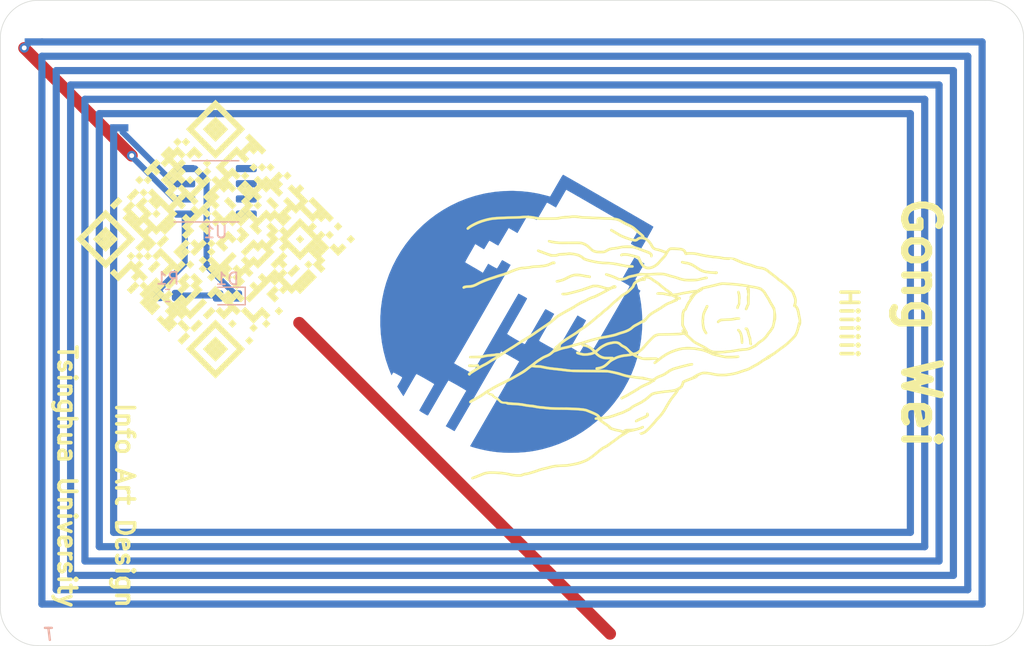
<source format=kicad_pcb>
(kicad_pcb (version 20171130) (host pcbnew "(5.1.9)-1")
  (layers (0 F.Cu signal) (31 B.Cu signal) (34 B.Paste user) (35 F.Paste user) (36 B.SilkS user) (37 F.SilkS user) (38 B.Mask user) (39 F.Mask user) (44 Edge.Cuts user))
  (net 0 "")
  (net 1 "Net-(AE1-Pad2)")
  (net 2 GND)
  (net 3 "Net-(D1-Pad2)")
  (net 4 +3V3)
  (net 5 "Net-(AE1-Pad1)")
  (net 6 "Net-(U1-Pad8)")
  (net 7 "Net-(U1-Pad7)")
  (net 8 "Net-(U1-Pad6)")
  (net 9 "Net-(U1-Pad5)")
  (module Avatars:5宫未 (layer F.Cu) (at 155.06 73.01 270)
    (fp_text reference G*** hide)
    (fp_text value LOGO hide)
  )
  (module Card:FutureInteractionDisconnect (layer B.Cu) (at 142.8 73.01)
    (fp_text reference G*** hide)
    (fp_text value LOGO hide)
    (fp_poly (pts (xy 0.476798 10.843159) (xy 0.984689 10.811521) (xy 1.474558 10.756716) (xy 1.960792 10.677047) (xy 2.457777 10.570817) (xy 2.578206 10.541687) (xy 3.286119 10.341214) (xy 3.97344 10.095386) (xy 4.638474 9.805974) (xy 5.279524 9.474753) (xy 5.894894 9.103496) (xy 6.482888 8.693976) (xy 7.04181 8.247968) (xy 7.569964 7.767244) (xy 8.065655 7.253579) (xy 8.527185 6.708745) (xy 8.952859 6.134517) (xy 9.340981 5.532667) (xy 9.689855 4.90497) (xy 9.997785 4.253199) (xy 10.263075 3.579127) (xy 10.484028 2.884529) (xy 10.658949 2.171177) (xy 10.67963 2.0701) (xy 10.801638 1.330457) (xy 10.873378 0.58695) (xy 10.894846 -0.158117) (xy 10.866035 -0.902439) (xy 10.78694 -1.643714) (xy 10.690058 -2.219732) (xy 10.635958 -2.496365) (xy 10.687195 -2.601827) (xy 10.738433 -2.707288) (xy 10.642725 -2.76237) (xy 10.57361 -2.813266) (xy 10.538395 -2.874747) (xy 10.529264 -2.912089) (xy 10.51508 -2.972243) (xy 10.489173 -3.068151) (xy 10.455095 -3.187118) (xy 10.416403 -3.316451) (xy 10.412243 -3.330031) (xy 10.312976 -3.653336) (xy 10.692223 -4.309184) (xy 11.071471 -4.965031) (xy 10.964985 -5.030828) (xy 10.903142 -5.068253) (xy 10.809179 -5.124154) (xy 10.694928 -5.191533) (xy 10.57222 -5.263392) (xy 10.547784 -5.277639) (xy 10.237069 -5.458652) (xy 10.137689 -5.288376) (xy 9.967675 -4.996343) (xy 9.808924 -4.722203) (xy 9.66303 -4.468783) (xy 9.531585 -4.23891) (xy 9.416183 -4.03541) (xy 9.318418 -3.861108) (xy 9.239884 -3.718833) (xy 9.182173 -3.61141) (xy 9.146879 -3.541665) (xy 9.135596 -3.512425) (xy 9.136046 -3.511716) (xy 9.164063 -3.496979) (xy 9.227852 -3.461062) (xy 9.3194 -3.408548) (xy 9.430696 -3.344018) (xy 9.4996 -3.303792) (xy 9.637811 -3.221258) (xy 9.735593 -3.15862) (xy 9.797636 -3.112437) (xy 9.828633 -3.079266) (xy 9.834027 -3.058465) (xy 9.820177 -3.029499) (xy 9.782837 -2.960241) (xy 9.723931 -2.854025) (xy 9.645384 -2.714183) (xy 9.549119 -2.544049) (xy 9.437062 -2.346956) (xy 9.311138 -2.126238) (xy 9.173271 -1.885229) (xy 9.025385 -1.62726) (xy 8.869405 -1.355667) (xy 8.707256 -1.073782) (xy 8.540863 -0.784938) (xy 8.372149 -0.49247) (xy 8.20304 -0.199709) (xy 8.03546 0.090009) (xy 7.871334 0.373352) (xy 7.712586 0.646987) (xy 7.561141 0.907579) (xy 7.418924 1.151796) (xy 7.287859 1.376305) (xy 7.16987 1.577771) (xy 7.066883 1.752862) (xy 6.980822 1.898244) (xy 6.913611 2.010584) (xy 6.867176 2.086548) (xy 6.84344 2.122803) (xy 6.840974 2.125466) (xy 6.808278 2.117555) (xy 6.738414 2.0862) (xy 6.637449 2.034628) (xy 6.511448 1.966064) (xy 6.36648 1.883737) (xy 6.208612 1.790872) (xy 6.183242 1.77566) (xy 6.105384 1.728857) (xy 5.894063 2.096329) (xy 5.823088 2.218199) (xy 5.760368 2.322976) (xy 5.710386 2.403401) (xy 5.677625 2.452217) (xy 5.667121 2.463723) (xy 5.637825 2.451453) (xy 5.575043 2.418207) (xy 5.487566 2.36919) (xy 5.384183 2.309608) (xy 5.273686 2.244664) (xy 5.164865 2.179564) (xy 5.066509 2.119512) (xy 4.98741 2.069714) (xy 4.936358 2.035373) (xy 4.92158 2.02229) (xy 4.933833 1.99713) (xy 4.969152 1.932263) (xy 5.025133 1.83193) (xy 5.09937 1.700376) (xy 5.189458 1.541844) (xy 5.29299 1.360577) (xy 5.407561 1.160818) (xy 5.530766 0.946812) (xy 5.55997 0.896198) (xy 5.684526 0.680078) (xy 5.80079 0.477699) (xy 5.906391 0.293234) (xy 5.998957 0.130856) (xy 6.076116 -0.00526) (xy 6.135498 -0.110942) (xy 6.17473 -0.182016) (xy 6.191441 -0.214307) (xy 6.191837 -0.215823) (xy 6.169285 -0.229211) (xy 6.111795 -0.262713) (xy 6.028445 -0.311082) (xy 5.928313 -0.369071) (xy 5.820475 -0.43143) (xy 5.714011 -0.492914) (xy 5.617997 -0.548273) (xy 5.541511 -0.592261) (xy 5.493632 -0.61963) (xy 5.483312 -0.625412) (xy 5.468283 -0.605464) (xy 5.430101 -0.545036) (xy 5.370888 -0.447717) (xy 5.292762 -0.317094) (xy 5.197843 -0.156756) (xy 5.088252 0.029711) (xy 4.966108 0.238716) (xy 4.833532 0.466674) (xy 4.692643 0.709995) (xy 4.622009 0.832368) (xy 4.477601 1.082663) (xy 4.340473 1.320067) (xy 4.212756 1.540903) (xy 4.096585 1.741495) (xy 3.994093 1.918167) (xy 3.907414 2.067243) (xy 3.838682 2.185046) (xy 3.790029 2.267902) (xy 3.76359 2.312132) (xy 3.759448 2.318529) (xy 3.735327 2.310133) (xy 3.673365 2.28003) (xy 3.579841 2.231692) (xy 3.461036 2.168593) (xy 3.32323 2.094204) (xy 3.172702 2.011998) (xy 3.015732 1.925448) (xy 2.858599 1.838025) (xy 2.707584 1.753204) (xy 2.568966 1.674455) (xy 2.449025 1.605252) (xy 2.354041 1.549067) (xy 2.290293 1.509373) (xy 2.268843 1.494271) (xy 2.266979 1.47259) (xy 2.284275 1.423159) (xy 2.32229 1.342886) (xy 2.382584 1.228679) (xy 2.466716 1.07745) (xy 2.571794 0.893812) (xy 2.685372 0.697133) (xy 2.81263 0.476767) (xy 2.944466 0.248473) (xy 3.071782 0.028007) (xy 3.185479 -0.168875) (xy 3.215098 -0.220164) (xy 3.525594 -0.757828) (xy 3.167325 -0.963385) (xy 3.0277 -1.042281) (xy 2.925374 -1.096862) (xy 2.854557 -1.129721) (xy 2.809459 -1.14345) (xy 2.784291 -1.140642) (xy 2.779722 -1.13692) (xy 2.762251 -1.109847) (xy 2.721702 -1.042493) (xy 2.660279 -0.938641) (xy 2.580188 -0.802073) (xy 2.483633 -0.63657) (xy 2.372819 -0.445915) (xy 2.249951 -0.233888) (xy 2.117234 -0.004271) (xy 1.976872 0.239154) (xy 1.931765 0.3175) (xy 1.789487 0.564379) (xy 1.654156 0.798552) (xy 1.527975 1.016246) (xy 1.41315 1.21369) (xy 1.311885 1.387112) (xy 1.226383 1.53274) (xy 1.158849 1.646802) (xy 1.111487 1.725526) (xy 1.086501 1.76514) (xy 1.083621 1.768911) (xy 1.054992 1.764093) (xy 0.989356 1.736223) (xy 0.892961 1.688891) (xy 0.772051 1.625688) (xy 0.632874 1.550206) (xy 0.481675 1.466035) (xy 0.324701 1.376766) (xy 0.168198 1.285989) (xy 0.018412 1.197296) (xy -0.118411 1.114277) (xy -0.236023 1.040523) (xy -0.32818 0.979625) (xy -0.388635 0.935174) (xy -0.411141 0.91076) (xy -0.411087 0.909645) (xy -0.397314 0.882444) (xy -0.360221 0.815008) (xy -0.301931 0.711067) (xy -0.22457 0.574353) (xy -0.130263 0.408597) (xy -0.021134 0.217531) (xy 0.100691 0.004887) (xy 0.233087 -0.225605) (xy 0.37393 -0.470213) (xy 0.435504 -0.576974) (xy 0.578763 -0.825951) (xy 0.713878 -1.062143) (xy 0.838786 -1.281859) (xy 0.951428 -1.481408) (xy 1.049742 -1.657099) (xy 1.131668 -1.805241) (xy 1.195145 -1.922143) (xy 1.238112 -2.004114) (xy 1.258508 -2.047464) (xy 1.259813 -2.053333) (xy 1.230636 -2.078021) (xy 1.167549 -2.119077) (xy 1.07968 -2.171534) (xy 0.976157 -2.23043) (xy 0.866109 -2.290799) (xy 0.758664 -2.347679) (xy 0.66295 -2.396104) (xy 0.588097 -2.43111) (xy 0.543232 -2.447734) (xy 0.534867 -2.447568) (xy 0.520172 -2.423431) (xy 0.481517 -2.3577) (xy 0.420304 -2.252797) (xy 0.337934 -2.111144) (xy 0.235808 -1.935163) (xy 0.115329 -1.727276) (xy -0.022102 -1.489904) (xy -0.175083 -1.225471) (xy -0.342214 -0.936399) (xy -0.522091 -0.625108) (xy -0.713315 -0.294021) (xy -0.914482 0.054439) (xy -1.124192 0.417851) (xy -1.341043 0.793792) (xy -1.395948 0.889) (xy -1.614299 1.26758) (xy -1.825822 1.634169) (xy -2.02912 1.986351) (xy -2.222792 2.321708) (xy -2.405442 2.637825) (xy -2.575668 2.932284) (xy -2.732075 3.202668) (xy -2.873262 3.446561) (xy -2.99783 3.661546) (xy -3.104383 3.845206) (xy -3.19152 3.995124) (xy -3.257843 4.108884) (xy -3.301953 4.184069) (xy -3.322453 4.218262) (xy -3.323727 4.220125) (xy -3.347562 4.21091) (xy -3.409249 4.179884) (xy -3.502578 4.13052) (xy -3.62134 4.066293) (xy -3.759327 3.990676) (xy -3.910329 3.907143) (xy -4.068139 3.819169) (xy -4.226546 3.730228) (xy -4.379343 3.643793) (xy -4.520319 3.563339) (xy -4.643268 3.492339) (xy -4.741979 3.434268) (xy -4.810243 3.392599) (xy -4.841853 3.370808) (xy -4.842135 3.370533) (xy -4.838087 3.343162) (xy -4.810259 3.29385) (xy -4.80401 3.284947) (xy -4.780083 3.247421) (xy -4.733048 3.169482) (xy -4.664429 3.053775) (xy -4.575747 2.902948) (xy -4.468526 2.719647) (xy -4.344288 2.506516) (xy -4.204555 2.266204) (xy -4.05085 2.001354) (xy -3.884696 1.714615) (xy -3.707615 1.408631) (xy -3.52113 1.086049) (xy -3.326763 0.749515) (xy -3.126037 0.401675) (xy -2.920474 0.045176) (xy -2.711598 -0.317338) (xy -2.50093 -0.683219) (xy -2.289994 -1.049821) (xy -2.080311 -1.414499) (xy -1.873405 -1.774607) (xy -1.670798 -2.127497) (xy -1.474012 -2.470525) (xy -1.28457 -2.801044) (xy -1.103995 -3.116407) (xy -0.93381 -3.41397) (xy -0.775536 -3.691085) (xy -0.630696 -3.945107) (xy -0.500814 -4.173389) (xy -0.387411 -4.373286) (xy -0.29201 -4.542152) (xy -0.216134 -4.677339) (xy -0.161306 -4.776203) (xy -0.129047 -4.836097) (xy -0.12055 -4.854481) (xy -0.148094 -4.872927) (xy -0.20966 -4.910308) (xy -0.296 -4.96131) (xy -0.397867 -5.020616) (xy -0.506014 -5.08291) (xy -0.611194 -5.142878) (xy -0.70416 -5.195204) (xy -0.775665 -5.234572) (xy -0.816461 -5.255667) (xy -0.822178 -5.2578) (xy -0.838059 -5.236966) (xy -0.874508 -5.179447) (xy -0.926976 -5.092712) (xy -0.990913 -4.984229) (xy -1.032724 -4.912095) (xy -1.102552 -4.79303) (xy -1.165122 -4.690318) (xy -1.215493 -4.611763) (xy -1.248727 -4.565171) (xy -1.258171 -4.55588) (xy -1.288054 -4.564389) (xy -1.35364 -4.59469) (xy -1.446906 -4.642711) (xy -1.559832 -4.70438) (xy -1.637655 -4.748519) (xy -1.990869 -4.951668) (xy -2.149317 -4.679284) (xy -2.217631 -4.562121) (xy -2.283393 -4.449812) (xy -2.338709 -4.355815) (xy -2.373162 -4.297784) (xy -2.438558 -4.188668) (xy -2.546429 -4.262275) (xy -2.597072 -4.294445) (xy -2.684832 -4.3476) (xy -2.80268 -4.417593) (xy -2.943589 -4.500277) (xy -3.100528 -4.591503) (xy -3.2639 -4.68565) (xy -3.424814 -4.778382) (xy -3.572138 -4.864052) (xy -3.699845 -4.939097) (xy -3.80191 -4.999949) (xy -3.872307 -5.043043) (xy -3.90501 -5.064814) (xy -3.905734 -5.065449) (xy -3.910202 -5.082339) (xy -3.901796 -5.116628) (xy -3.878477 -5.17232) (xy -3.838203 -5.25342) (xy -3.778934 -5.363933) (xy -3.698629 -5.507865) (xy -3.595247 -5.68922) (xy -3.531084 -5.800695) (xy -3.432139 -5.972688) (xy -3.341858 -6.130582) (xy -3.263264 -6.269015) (xy -3.19938 -6.382622) (xy -3.153231 -6.466041) (xy -3.127838 -6.513907) (xy -3.123812 -6.523205) (xy -3.111402 -6.557575) (xy -3.100951 -6.57599) (xy -3.080344 -6.590961) (xy -3.043599 -6.583451) (xy -2.980525 -6.550329) (xy -2.942589 -6.52732) (xy -2.749686 -6.408294) (xy -2.597127 -6.315195) (xy -2.482465 -6.246571) (xy -2.403252 -6.200974) (xy -2.357039 -6.176953) (xy -2.343024 -6.1722) (xy -2.324092 -6.193152) (xy -2.285107 -6.251056) (xy -2.230736 -6.338485) (xy -2.165646 -6.448011) (xy -2.120011 -6.527164) (xy -2.050271 -6.647126) (xy -1.987949 -6.749842) (xy -1.937776 -6.827859) (xy -1.904486 -6.873724) (xy -1.894188 -6.882764) (xy -1.865233 -6.870804) (xy -1.800524 -6.837362) (xy -1.708056 -6.786776) (xy -1.595824 -6.723386) (xy -1.520929 -6.6802) (xy -1.401491 -6.611244) (xy -1.297982 -6.552313) (xy -1.218106 -6.507727) (xy -1.169566 -6.481804) (xy -1.158573 -6.477) (xy -1.141528 -6.497567) (xy -1.104805 -6.553403) (xy -1.053996 -6.635708) (xy -1.001138 -6.72465) (xy -0.943078 -6.823665) (xy -0.865712 -6.955218) (xy -0.775624 -7.108136) (xy -0.679395 -7.271248) (xy -0.583609 -7.433381) (xy -0.567759 -7.460184) (xy -0.279207 -7.948068) (xy 0.455887 -7.523734) (xy 0.866825 -8.238617) (xy 0.967402 -8.413009) (xy 1.060911 -8.574047) (xy 1.144103 -8.716219) (xy 1.213727 -8.834015) (xy 1.266536 -8.921926) (xy 1.299281 -8.974441) (xy 1.307807 -8.986519) (xy 1.327383 -8.994683) (xy 1.363309 -8.987875) (xy 1.421643 -8.963388) (xy 1.508445 -8.918513) (xy 1.629772 -8.850544) (xy 1.691276 -8.815157) (xy 1.811773 -8.746037) (xy 1.916721 -8.6869) (xy 1.998341 -8.642044) (xy 2.048855 -8.615768) (xy 2.061268 -8.610688) (xy 2.077453 -8.631871) (xy 2.115688 -8.692012) (xy 2.172874 -8.78593) (xy 2.245914 -8.908443) (xy 2.331708 -9.054371) (xy 2.427158 -9.218533) (xy 2.490374 -9.32815) (xy 2.590527 -9.502048) (xy 2.682946 -9.661936) (xy 2.764507 -9.802454) (xy 2.832086 -9.918243) (xy 2.88256 -10.003945) (xy 2.912803 -10.054199) (xy 2.919983 -10.065158) (xy 2.946486 -10.059565) (xy 3.009077 -10.031782) (xy 3.100194 -9.985601) (xy 3.212271 -9.924811) (xy 3.304985 -9.872229) (xy 3.672914 -9.659841) (xy 4.531862 -11.148983) (xy 4.647181 -11.084657) (xy 4.745495 -11.029327) (xy 4.878742 -10.953582) (xy 5.043824 -10.85922) (xy 5.237643 -10.74804) (xy 5.4571 -10.62184) (xy 5.699097 -10.482418) (xy 5.960536 -10.331574) (xy 6.238318 -10.171106) (xy 6.529346 -10.002811) (xy 6.830521 -9.82849) (xy 7.138744 -9.64994) (xy 7.450919 -9.468959) (xy 7.763945 -9.287347) (xy 8.074726 -9.106902) (xy 8.380163 -8.929423) (xy 8.677157 -8.756707) (xy 8.962611 -8.590554) (xy 9.233426 -8.432762) (xy 9.486504 -8.28513) (xy 9.718747 -8.149456) (xy 9.927056 -8.027539) (xy 10.108334 -7.921176) (xy 10.259481 -7.832168) (xy 10.377401 -7.762312) (xy 10.458993 -7.713406) (xy 10.501161 -7.68725) (xy 10.506485 -7.683316) (xy 10.497286 -7.654357) (xy 10.46572 -7.588192) (xy 10.415246 -7.49136) (xy 10.349323 -7.3704) (xy 10.271409 -7.231851) (xy 10.224413 -7.150028) (xy 10.141958 -7.005108) (xy 10.070332 -6.874558) (xy 10.012842 -6.7648) (xy 9.972795 -6.682257) (xy 9.9535 -6.63335) (xy 9.953021 -6.623018) (xy 9.980019 -6.604656) (xy 10.041235 -6.567003) (xy 10.128288 -6.514927) (xy 10.232797 -6.453294) (xy 10.346382 -6.386968) (xy 10.460661 -6.320818) (xy 10.567255 -6.259708) (xy 10.657782 -6.208505) (xy 10.723862 -6.172076) (xy 10.757113 -6.155285) (xy 10.759427 -6.154793) (xy 10.772426 -6.177069) (xy 10.808159 -6.238814) (xy 10.864001 -6.335479) (xy 10.937327 -6.462514) (xy 11.025512 -6.615372) (xy 11.12593 -6.789503) (xy 11.235957 -6.980358) (xy 11.302268 -7.095411) (xy 11.424496 -7.308908) (xy 11.534096 -7.503137) (xy 11.62898 -7.674229) (xy 11.707058 -7.818311) (xy 11.766244 -7.931512) (xy 11.804449 -8.009962) (xy 11.819584 -8.049789) (xy 11.819201 -8.053758) (xy 11.793341 -8.070444) (xy 11.726342 -8.110703) (xy 11.620964 -8.172945) (xy 11.479967 -8.255581) (xy 11.306114 -8.35702) (xy 11.102164 -8.475674) (xy 10.870878 -8.609951) (xy 10.615018 -8.758263) (xy 10.337343 -8.91902) (xy 10.040614 -9.090632) (xy 9.727593 -9.27151) (xy 9.40104 -9.460063) (xy 9.063716 -9.654702) (xy 8.718381 -9.853837) (xy 8.367797 -10.055878) (xy 8.014724 -10.259236) (xy 7.661922 -10.462322) (xy 7.312153 -10.663544) (xy 6.968178 -10.861314) (xy 6.632756 -11.054042) (xy 6.30865 -11.240138) (xy 5.998619 -11.418012) (xy 5.705424 -11.586075) (xy 5.431827 -11.742737) (xy 5.180587 -11.886409) (xy 4.954466 -12.015499) (xy 4.756225 -12.12842) (xy 4.588623 -12.22358) (xy 4.454423 -12.299391) (xy 4.356384 -12.354262) (xy 4.297268 -12.386604) (xy 4.279741 -12.3952) (xy 4.250856 -12.374613) (xy 4.20655 -12.320076) (xy 4.155381 -12.242424) (xy 4.144306 -12.22375) (xy 4.10714 -12.159655) (xy 4.048542 -12.058342) (xy 3.972437 -11.92661) (xy 3.882752 -11.771259) (xy 3.783412 -11.599088) (xy 3.678343 -11.416897) (xy 3.620006 -11.3157) (xy 3.518863 -11.140318) (xy 3.426042 -10.979555) (xy 3.344523 -10.838554) (xy 3.277283 -10.722459) (xy 3.227302 -10.636417) (xy 3.197559 -10.58557) (xy 3.190352 -10.573648) (xy 3.16546 -10.578053) (xy 3.100997 -10.593975) (xy 3.006248 -10.619014) (xy 2.890498 -10.650768) (xy 2.868982 -10.656778) (xy 2.179465 -10.824098) (xy 1.473229 -10.945348) (xy 0.755268 -11.020388) (xy 0.030576 -11.049075) (xy -0.695852 -11.031266) (xy -1.419022 -10.966818) (xy -2.13394 -10.85559) (xy -2.377149 -10.806469) (xy -3.091019 -10.628093) (xy -3.78564 -10.403717) (xy -4.459279 -10.135027) (xy -5.110204 -9.823706) (xy -5.73668 -9.47144) (xy -6.336975 -9.079914) (xy -6.909355 -8.650813) (xy -7.452089 -8.185823) (xy -7.963441 -7.686626) (xy -8.44168 -7.15491) (xy -8.885073 -6.592358) (xy -9.291885 -6.000657) (xy -9.660384 -5.381489) (xy -9.988838 -4.736542) (xy -10.275512 -4.067499) (xy -10.518674 -3.376045) (xy -10.705417 -2.709609) (xy -10.855206 -1.996713) (xy -10.956265 -1.273971) (xy -11.008864 -0.544935) (xy -11.013276 0.186843) (xy -10.96977 0.917811) (xy -10.878618 1.644416) (xy -10.740092 2.363108) (xy -10.554461 3.070334) (xy -10.321997 3.762541) (xy -10.185078 4.109643) (xy -10.07652 4.371185) (xy -10.014684 4.26232) (xy -9.973392 4.195385) (xy -9.938334 4.148296) (xy -9.926474 4.137155) (xy -9.897913 4.144185) (xy -9.834872 4.172127) (xy -9.746552 4.215965) (xy -9.642155 4.270678) (xy -9.530883 4.331248) (xy -9.421938 4.392656) (xy -9.324521 4.449883) (xy -9.247835 4.497909) (xy -9.201081 4.531717) (xy -9.198038 4.534467) (xy -9.188641 4.552931) (xy -9.192238 4.584273) (xy -9.211619 4.634749) (xy -9.249572 4.710616) (xy -9.30889 4.818128) (xy -9.379424 4.941202) (xy -9.595673 5.315065) (xy -9.542201 5.407083) (xy -9.495868 5.484434) (xy -9.433425 5.585479) (xy -9.362038 5.698978) (xy -9.288871 5.813695) (xy -9.22109 5.918392) (xy -9.16586 6.001832) (xy -9.1313 6.051501) (xy -9.0805 6.119745) (xy -8.560943 5.216605) (xy -8.447866 5.020317) (xy -8.341986 4.837045) (xy -8.246126 4.671634) (xy -8.163107 4.52893) (xy -8.09575 4.41378) (xy -8.046879 4.33103) (xy -8.019314 4.285524) (xy -8.014843 4.27878) (xy -7.999627 4.273543) (xy -7.967701 4.280546) (xy -7.915107 4.30179) (xy -7.837885 4.339275) (xy -7.732077 4.395003) (xy -7.593726 4.470975) (xy -7.418872 4.569192) (xy -7.24535 4.667806) (xy -7.069041 4.768995) (xy -6.907678 4.862832) (xy -6.766374 4.946249) (xy -6.650242 5.016177) (xy -6.564394 5.069546) (xy -6.513942 5.103289) (xy -6.5024 5.113779) (xy -6.514744 5.139551) (xy -6.550146 5.204943) (xy -6.606162 5.305639) (xy -6.68035 5.437321) (xy -6.770267 5.595674) (xy -6.873469 5.776382) (xy -6.987512 5.975129) (xy -7.109955 6.187599) (xy -7.124863 6.213408) (xy -7.248334 6.427429) (xy -7.363912 6.628381) (xy -7.469126 6.811922) (xy -7.561504 6.973712) (xy -7.638573 7.109408) (xy -7.697861 7.214669) (xy -7.736897 7.285154) (xy -7.753209 7.316522) (xy -7.753513 7.317416) (xy -7.734805 7.33856) (xy -7.679116 7.379844) (xy -7.593686 7.436403) (xy -7.485756 7.503373) (xy -7.407105 7.550102) (xy -7.273259 7.627504) (xy -7.176164 7.68116) (xy -7.109295 7.713926) (xy -7.066124 7.728655) (xy -7.040125 7.728203) (xy -7.025798 7.716885) (xy -7.008417 7.68856) (xy -6.967898 7.620001) (xy -6.906444 7.515003) (xy -6.826258 7.377358) (xy -6.729543 7.210863) (xy -6.618502 7.01931) (xy -6.495339 6.806494) (xy -6.362256 6.576208) (xy -6.221456 6.332248) (xy -6.17358 6.249223) (xy -6.030885 6.002351) (xy -5.895079 5.768628) (xy -5.768362 5.551761) (xy -5.652934 5.355458) (xy -5.550995 5.183424) (xy -5.464744 5.039367) (xy -5.396382 4.926994) (xy -5.348109 4.850011) (xy -5.322124 4.812126) (xy -5.31873 4.8088) (xy -5.291092 4.818252) (xy -5.22652 4.849717) (xy -5.131197 4.899669) (xy -5.011306 4.964584) (xy -4.873028 5.040937) (xy -4.722548 5.125203) (xy -4.566048 5.213858) (xy -4.40971 5.303377) (xy -4.259718 5.390236) (xy -4.122254 5.470909) (xy -4.0035 5.541872) (xy -3.90964 5.599601) (xy -3.846857 5.64057) (xy -3.821332 5.661255) (xy -3.821163 5.662539) (xy -3.834986 5.686479) (xy -3.872027 5.750678) (xy -3.930125 5.851386) (xy -4.007118 5.984856) (xy -4.100845 6.147341) (xy -4.209143 6.335093) (xy -4.329851 6.544364) (xy -4.460806 6.771406) (xy -4.599848 7.012472) (xy -4.635278 7.0739) (xy -4.777342 7.320144) (xy -4.912933 7.555043) (xy -5.039747 7.774611) (xy -5.155478 7.974864) (xy -5.257823 8.151818) (xy -5.344476 8.301489) (xy -5.413132 8.419891) (xy -5.461488 8.503041) (xy -5.487237 8.546954) (xy -5.489459 8.550657) (xy -5.537891 8.630414) (xy -5.183336 8.836407) (xy -5.062378 8.905981) (xy -4.95657 8.965514) (xy -4.873764 9.010693) (xy -4.821815 9.037205) (xy -4.808341 9.042384) (xy -4.793541 9.02077) (xy -4.754785 8.957527) (xy -4.693468 8.855046) (xy -4.610985 8.715719) (xy -4.508733 8.54194) (xy -4.388107 8.3361) (xy -4.250502 8.100592) (xy -4.097313 7.837807) (xy -3.929938 7.550139) (xy -3.74977 7.239978) (xy -3.558205 6.909718) (xy -3.35664 6.56175) (xy -3.146469 6.198467) (xy -2.929089 5.822261) (xy -2.859819 5.702284) (xy -2.640444 5.322512) (xy -2.427811 4.954916) (xy -2.223316 4.601889) (xy -2.028357 4.265822) (xy -1.844333 3.949108) (xy -1.67264 3.65414) (xy -1.514676 3.38331) (xy -1.371838 3.139011) (xy -1.245525 2.923634) (xy -1.137133 2.739574) (xy -1.048061 2.589221) (xy -0.979706 2.474969) (xy -0.933465 2.39921) (xy -0.910737 2.364336) (xy -0.908677 2.3622) (xy -0.883983 2.374197) (xy -0.821417 2.407837) (xy -0.727235 2.459595) (xy -0.607691 2.525945) (xy -0.469041 2.603361) (xy -0.317539 2.688318) (xy -0.159441 2.77729) (xy -0.001002 2.866752) (xy 0.151523 2.953178) (xy 0.291879 3.033042) (xy 0.413811 3.102819) (xy 0.511064 3.158982) (xy 0.577382 3.198008) (xy 0.605815 3.21583) (xy 0.597824 3.238062) (xy 0.567109 3.28585) (xy 0.55202 3.306682) (xy 0.533848 3.33594) (xy 0.491753 3.406662) (xy 0.427202 3.516313) (xy 0.341664 3.662358) (xy 0.236609 3.842263) (xy 0.113506 4.053493) (xy -0.026177 4.293515) (xy -0.180972 4.559792) (xy -0.349408 4.849792) (xy -0.530017 5.160979) (xy -0.72133 5.490818) (xy -0.921879 5.836776) (xy -1.130194 6.196318) (xy -1.344806 6.566908) (xy -1.564248 6.946013) (xy -1.787048 7.331099) (xy -2.01174 7.71963) (xy -2.236854 8.109072) (xy -2.46092 8.49689) (xy -2.682471 8.880551) (xy -2.900037 9.257518) (xy -3.112149 9.625259) (xy -3.317339 9.981238) (xy -3.496308 10.291954) (xy -3.479985 10.309903) (xy -3.420145 10.336587) (xy -3.323004 10.370372) (xy -3.194775 10.409626) (xy -3.041674 10.452715) (xy -2.869914 10.498006) (xy -2.685711 10.543866) (xy -2.495278 10.588661) (xy -2.30483 10.63076) (xy -2.120582 10.668528) (xy -1.948748 10.700332) (xy -1.9304 10.703476) (xy -1.598835 10.755753) (xy -1.288473 10.795474) (xy -0.984184 10.823852) (xy -0.670839 10.842104) (xy -0.333305 10.851442) (xy -0.0635 10.853328) (xy 0.476798 10.843159)) (layer B.Cu) (width 0.01))
  )
  (module Card:interact.cool (layer F.Cu) (at 118 66 45)
    (fp_text reference QR hide)
    (fp_text value https://interact.cool/ hide)
  )
  (module Card:NFC-Antenna_6_79.24x47.62_0.6x0.6mm (layer B.Cu) (at 142.8 73.01)
    (fp_text reference AE1 hide)
    (fp_text value Antenna_Loop)
    (fp_line (start -39.32 -23.51) (end 39.32 -23.51) (layer B.Cu) (width 0.6))
    (fp_line (start 39.32 -23.51) (end 39.32 23.51) (layer B.Cu) (width 0.6))
    (fp_line (start 39.32 23.51) (end -39.32 23.51) (layer B.Cu) (width 0.6))
    (fp_line (start -39.32 23.51) (end -39.32 -22.31) (layer B.Cu) (width 0.6))
    (fp_line (start -39.32 -22.31) (end 38.12 -22.31) (layer B.Cu) (width 0.6))
    (fp_line (start 38.12 -22.31) (end 38.12 22.31) (layer B.Cu) (width 0.6))
    (fp_line (start 38.12 22.31) (end -38.12 22.31) (layer B.Cu) (width 0.6))
    (fp_line (start -38.12 22.31) (end -38.12 -21.11) (layer B.Cu) (width 0.6))
    (fp_line (start -38.12 -21.11) (end 36.92 -21.11) (layer B.Cu) (width 0.6))
    (fp_line (start 36.92 -21.11) (end 36.92 21.11) (layer B.Cu) (width 0.6))
    (fp_line (start 36.92 21.11) (end -36.92 21.11) (layer B.Cu) (width 0.6))
    (fp_line (start -36.92 21.11) (end -36.92 -19.91) (layer B.Cu) (width 0.6))
    (fp_line (start -36.92 -19.91) (end 35.72 -19.91) (layer B.Cu) (width 0.6))
    (fp_line (start 35.72 -19.91) (end 35.72 19.91) (layer B.Cu) (width 0.6))
    (fp_line (start 35.72 19.91) (end -35.72 19.91) (layer B.Cu) (width 0.6))
    (fp_line (start -35.72 19.91) (end -35.72 -18.71) (layer B.Cu) (width 0.6))
    (fp_line (start -35.72 -18.71) (end 34.52 -18.71) (layer B.Cu) (width 0.6))
    (fp_line (start 34.52 -18.71) (end 34.52 18.71) (layer B.Cu) (width 0.6))
    (fp_line (start 34.52 18.71) (end -34.52 18.71) (layer B.Cu) (width 0.6))
    (fp_line (start -34.52 18.71) (end -34.52 -17.51) (layer B.Cu) (width 0.6))
    (fp_line (start -34.52 -17.51) (end 33.32 -17.51) (layer B.Cu) (width 0.6))
    (fp_line (start 33.32 -17.51) (end 33.32 17.51) (layer B.Cu) (width 0.6))
    (fp_line (start 33.32 17.51) (end -33.32 17.51) (layer B.Cu) (width 0.6))
    (fp_line (start -33.32 17.51) (end -33.32 -16.31) (layer B.Cu) (width 0.6))
    (pad 2 smd rect (at -40 -23.51) (size 1.524 0.6) (layers B.Cu) (net 1 "Net-(AE1-Pad2)"))
    (pad 1 smd rect (at -32.85 -16.325) (size 1.524 0.6) (layers B.Cu) (net 5 "Net-(AE1-Pad1)"))
  )
  (module Package_SO:SO-8_3.9x4.9mm_P1.27mm (layer B.Cu) (at 118 62)
    (fp_text reference U1 (at 0 3.4) (layer B.SilkS) (effects (justify mirror)))
    (fp_text value M24LR04E-R)
    (pad 8 smd roundrect (at 2.575 1.905) (size 1.75 0.6) (layers B.Cu B.Paste B.Mask) (net 6 "Net-(U1-Pad8)"))
    (pad 7 smd roundrect (at 2.575 0.635) (size 1.75 0.6) (layers B.Cu B.Paste B.Mask) (net 7 "Net-(U1-Pad7)"))
    (pad 6 smd roundrect (at 2.575 -0.635) (size 1.75 0.6) (layers B.Cu B.Paste B.Mask) (net 8 "Net-(U1-Pad6)"))
    (pad 5 smd roundrect (at 2.575 -1.905) (size 1.75 0.6) (layers B.Cu B.Paste B.Mask) (net 9 "Net-(U1-Pad5)"))
    (pad 4 smd roundrect (at -2.575 -1.905) (size 1.75 0.6) (layers B.Cu B.Paste B.Mask) (net 2 GND))
    (pad 3 smd roundrect (at -2.575 -0.635) (size 1.75 0.6) (layers B.Cu B.Paste B.Mask) (net 5 "Net-(AE1-Pad1)"))
    (pad 2 smd roundrect (at -2.575 0.635) (size 1.75 0.6) (layers B.Cu B.Paste B.Mask) (net 1 "Net-(AE1-Pad2)"))
    (pad 1 smd roundrect (at -2.575 1.905) (size 1.75 0.6) (layers B.Cu B.Paste B.Mask) (net 4 +3V3))
  )
  (module Resistor_SMD:R_0603_1608Metric (layer B.Cu) (at 114 70.71 180)
    (fp_text reference R1 (at 0 1.43) (layer B.SilkS) (effects (justify mirror)))
    (fp_text value R)
    (pad 2 smd roundrect (at 0.7875 0 180) (size 0.875 0.95) (layers B.Cu B.Paste B.Mask) (net 4 +3V3))
    (pad 1 smd roundrect (at -0.7875 0 180) (size 0.875 0.95) (layers B.Cu B.Paste B.Mask) (net 3 "Net-(D1-Pad2)"))
  )
  (module LED_SMD:LED_0603_1608Metric (layer B.Cu) (at 119 70.75 180)
    (fp_text reference D1 (at 0 1.43) (layer B.SilkS) (effects (justify mirror)))
    (fp_text value LED)
    (pad 2 smd roundrect (at 0.7875 0 180) (size 0.875 0.95) (layers B.Cu B.Paste B.Mask) (net 3 "Net-(D1-Pad2)"))
    (pad 1 smd roundrect (at -0.7875 0 180) (size 0.875 0.95) (layers B.Cu B.Paste B.Mask) (net 2 GND))
  )
  (gr_text T (at 104.14 99.06) (layer B.SilkS) (effects (font (size 1 1) (thickness 0.2) italic) (justify mirror)))
  (gr_text "Info Art Design\n\nTsinghua University" (at 108 97 270) (layer F.SilkS) (effects (font (size 1.5 1.5) (thickness 0.3)) (justify right)))
  (gr_text Hiiiiii (at 171 73 -90) (layer F.SilkS) (effects (font (size 1.5 1.5) (thickness 0.3))))
  (gr_text "Gong Wei" (at 177 73 -90) (layer F.SilkS) (effects (font (size 3 3) (thickness 0.6))))
  (gr_line (start 103.18 100) (end 182.42 100) (layer Edge.Cuts) (width 0.05))
  (gr_line (start 185.6 49.2) (end 185.6 96.82) (layer Edge.Cuts) (width 0.05))
  (gr_line (start 100 49.2) (end 100 96.82) (layer Edge.Cuts) (width 0.05))
  (gr_line (start 103.18 46.02) (end 182.42 46.02) (layer Edge.Cuts) (width 0.05))
  (gr_arc (start 103.18 49.2) (end 103.18 46.02) (angle -90) (layer Edge.Cuts) (width 0.05))
  (gr_arc (start 182.42 49.2) (end 185.6 49.2) (angle -90) (layer Edge.Cuts) (width 0.05))
  (gr_arc (start 103.18 96.82) (end 100 96.82) (angle -90) (layer Edge.Cuts) (width 0.05))
  (gr_arc (start 182.42 96.82) (end 182.42 100) (angle -90) (layer Edge.Cuts) (width 0.05))
  (segment (start 125 73) (end 151 99) (width 1) (layer F.Cu) (net 0))
  (via (at 110.991459 59.008541) (size 0.8) (drill 0.4) (layers F.Cu B.Cu) (net 1))
  (segment (start 110.991459 59.076459) (end 110.991459 59.008541) (width 0.5) (layer B.Cu) (net 1))
  (segment (start 115.425 62.635) (end 114.55 62.635) (width 0.5) (layer B.Cu) (net 1))
  (segment (start 114.55 62.635) (end 110.991459 59.076459) (width 0.5) (layer B.Cu) (net 1))
  (via (at 102 50) (size 0.8) (drill 0.4) (layers F.Cu B.Cu) (net 1))
  (segment (start 110.991459 59.008541) (end 102 50.017082) (width 1) (layer F.Cu) (net 1))
  (segment (start 102 50.017082) (end 102 50) (width 0.5) (layer F.Cu) (net 1))
  (segment (start 102.5 49.5) (end 102.72999 49.5) (width 0.5) (layer B.Cu) (net 1))
  (segment (start 102 50) (end 102.5 49.5) (width 0.5) (layer B.Cu) (net 1))
  (segment (start 116.3 60.095) (end 117.25 61.045) (width 0.5) (layer B.Cu) (net 2))
  (segment (start 115.425 60.095) (end 116.3 60.095) (width 0.5) (layer B.Cu) (net 2))
  (segment (start 117.25 68.2125) (end 119.7875 70.75) (width 0.5) (layer B.Cu) (net 2))
  (segment (start 117.25 61.045) (end 117.25 68.2125) (width 0.5) (layer B.Cu) (net 2))
  (segment (start 118.1725 70.71) (end 118.2125 70.75) (width 0.5) (layer B.Cu) (net 3))
  (segment (start 114.7875 70.71) (end 118.1725 70.71) (width 0.5) (layer B.Cu) (net 3))
  (segment (start 115.425 63.905) (end 115.425 68.075) (width 0.5) (layer B.Cu) (net 4))
  (segment (start 113.2125 70.2875) (end 113.2125 70.71) (width 0.5) (layer B.Cu) (net 4))
  (segment (start 115.425 68.075) (end 113.2125 70.2875) (width 0.5) (layer B.Cu) (net 4))
  (segment (start 110.23001 57.04501) (end 110.23001 56.685) (width 0.5) (layer B.Cu) (net 5))
  (segment (start 115.425 61.365) (end 114.55 61.365) (width 0.5) (layer B.Cu) (net 5))
  (segment (start 114.55 61.365) (end 110.23001 57.04501) (width 0.5) (layer B.Cu) (net 5))
)
</source>
